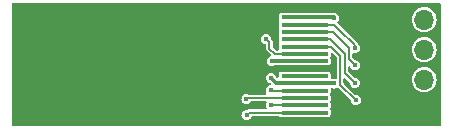
<source format=gtl>
G04 EasyEDA Pro v1.9.28, 2023-01-14 19:19:00*
G04 Gerber Generator version 0.3*%TF.GenerationSoftware,KiCad,Pcbnew,7.0.5*%
%TF.CreationDate,2023-11-23T16:42:44+08:00*%
%TF.ProjectId,0.87OLED_DevBoard,302e3837-4f4c-4454-945f-446576426f61,rev?*%
%TF.SameCoordinates,Original*%
%TF.FileFunction,Copper,L1,Top*%
%TF.FilePolarity,Positive*%
%FSLAX46Y46*%
G04 Gerber Fmt 4.6, Leading zero omitted, Abs format (unit mm)*
G04 Created by KiCad (PCBNEW 7.0.5) date 2023-11-23 16:42:44*
%MOMM*%
%LPD*%
G01*
G04 APERTURE LIST*
%TA.AperFunction,ComponentPad*%
%ADD10R,1.700000X1.700000*%
%TD*%
%TA.AperFunction,ComponentPad*%
%ADD11O,1.700000X1.700000*%
%TD*%
%TA.AperFunction,SMDPad,CuDef*%
%ADD12R,4.000000X0.320000*%
%TD*%
%TA.AperFunction,ViaPad*%
%ADD13C,0.450000*%
%TD*%
%TA.AperFunction,Conductor*%
%ADD14C,0.300000*%
%TD*%
%TA.AperFunction,Conductor*%
%ADD15C,0.150000*%
%TD*%
G04 APERTURE END LIST*
D10*
%TO.P,J1,1,Pin_1*%
%TO.N,GND*%
X100070000Y-63078000D03*
D11*
%TO.P,J1,2,Pin_2*%
%TO.N,/VCC_IN*%
X100070000Y-60538000D03*
%TO.P,J1,3,Pin_3*%
%TO.N,/OLED_SCL*%
X100070000Y-57998000D03*
%TO.P,J1,4,Pin_4*%
%TO.N,/OLED_SDA*%
X100070000Y-55458000D03*
%TD*%
D12*
%TO.P,U1,1,c2p*%
%TO.N,Net-(U1-c2p)*%
X89940000Y-63320000D03*
%TO.P,U1,2,c2n*%
%TO.N,Net-(U1-c2n)*%
X89940000Y-62699000D03*
%TO.P,U1,3,c1p*%
%TO.N,Net-(U1-c1p)*%
X89940000Y-62078000D03*
%TO.P,U1,4,c1n*%
%TO.N,Net-(U1-c1n)*%
X89940000Y-61458000D03*
%TO.P,U1,5,VBAT*%
%TO.N,/VCC_OLED*%
X89940000Y-60837000D03*
%TO.P,U1,6,VBREF*%
%TO.N,unconnected-(U1-VBREF-Pad6)*%
X89940000Y-60216000D03*
%TO.P,U1,7,VSS*%
%TO.N,GND*%
X89940000Y-59595000D03*
%TO.P,U1,8,VDD*%
%TO.N,/VCC_OLED*%
X89940000Y-58975000D03*
%TO.P,U1,9,RES#*%
%TO.N,Net-(U1-RES#)*%
X89940000Y-58354000D03*
%TO.P,U1,10,SCL*%
%TO.N,/OLED_SCL*%
X89940000Y-57733000D03*
%TO.P,U1,11,SDA*%
%TO.N,/OLED_SDA*%
X89940000Y-57112000D03*
%TO.P,U1,12,IREF*%
%TO.N,Net-(U1-IREF)*%
X89940000Y-56492000D03*
%TO.P,U1,13,VCOMH*%
%TO.N,Net-(U1-VCOMH)*%
X89940000Y-55871000D03*
%TO.P,U1,14,VCC*%
%TO.N,Net-(U1-VCC)*%
X89940000Y-55250000D03*
%TD*%
D13*
%TO.N,/VCC_OLED*%
X92450000Y-60860000D03*
%TO.N,/OLED_SCL*%
X94270000Y-62270000D03*
%TO.N,/OLED_SDA*%
X94200000Y-60800000D03*
%TO.N,Net-(U1-IREF)*%
X94210000Y-59330000D03*
%TO.N,Net-(U1-VCOMH)*%
X94200000Y-57870000D03*
%TO.N,Net-(U1-VCC)*%
X92460000Y-55310000D03*
%TO.N,/VCC_OLED*%
X87150000Y-58970000D03*
X87090000Y-60370000D03*
%TO.N,Net-(U1-c2p)*%
X85030000Y-63550000D03*
%TO.N,Net-(U1-c2n)*%
X87090000Y-62700000D03*
%TO.N,Net-(U1-c1p)*%
X85010000Y-62180000D03*
%TO.N,Net-(U1-c1n)*%
X87070000Y-61430000D03*
%TO.N,Net-(U1-RES#)*%
X86650000Y-57090000D03*
%TD*%
D14*
%TO.N,/VCC_OLED*%
X92450000Y-60860000D02*
X89963000Y-60860000D01*
X89963000Y-60860000D02*
X89940000Y-60837000D01*
D15*
%TO.N,/OLED_SCL*%
X92960000Y-58550000D02*
X92960000Y-60960000D01*
X89940000Y-57733000D02*
X92143000Y-57733000D01*
X92143000Y-57733000D02*
X92960000Y-58550000D01*
X92960000Y-60960000D02*
X94270000Y-62270000D01*
%TO.N,/OLED_SDA*%
X93340000Y-59940000D02*
X94200000Y-60800000D01*
X92090000Y-57112000D02*
X93340000Y-58362000D01*
X93340000Y-58362000D02*
X93340000Y-59940000D01*
X89940000Y-57112000D02*
X92090000Y-57112000D01*
%TO.N,Net-(U1-IREF)*%
X93700000Y-58820000D02*
X94210000Y-59330000D01*
X92342000Y-56492000D02*
X93700000Y-57850000D01*
X93700000Y-57850000D02*
X93700000Y-58820000D01*
X89940000Y-56492000D02*
X92342000Y-56492000D01*
%TO.N,Net-(U1-VCOMH)*%
X94200000Y-57620000D02*
X94200000Y-57870000D01*
X92890000Y-56310000D02*
X94200000Y-57620000D01*
X89940000Y-55871000D02*
X92451000Y-55871000D01*
X92451000Y-55871000D02*
X92890000Y-56310000D01*
D14*
%TO.N,Net-(U1-VCC)*%
X92400000Y-55250000D02*
X92460000Y-55310000D01*
X89940000Y-55250000D02*
X92400000Y-55250000D01*
%TO.N,/VCC_OLED*%
X87090000Y-60370000D02*
X87557000Y-60837000D01*
X87557000Y-60837000D02*
X89940000Y-60837000D01*
X87155000Y-58975000D02*
X87150000Y-58970000D01*
X89940000Y-58975000D02*
X87155000Y-58975000D01*
D15*
%TO.N,Net-(U1-c2p)*%
X85030000Y-63550000D02*
X85260000Y-63320000D01*
X85260000Y-63320000D02*
X89940000Y-63320000D01*
%TO.N,Net-(U1-c2n)*%
X87091000Y-62699000D02*
X87090000Y-62700000D01*
X89940000Y-62699000D02*
X87091000Y-62699000D01*
%TO.N,Net-(U1-c1p)*%
X85112000Y-62078000D02*
X89940000Y-62078000D01*
X85010000Y-62180000D02*
X85112000Y-62078000D01*
%TO.N,Net-(U1-c1n)*%
X87098000Y-61458000D02*
X87070000Y-61430000D01*
X89940000Y-61458000D02*
X87098000Y-61458000D01*
%TO.N,Net-(U1-RES#)*%
X86680000Y-57090000D02*
X86650000Y-57090000D01*
X86960000Y-57370000D02*
X86680000Y-57090000D01*
X86970000Y-57380000D02*
X86960000Y-57370000D01*
X86970000Y-57920000D02*
X86970000Y-57380000D01*
X87404000Y-58354000D02*
X86970000Y-57920000D01*
X89940000Y-58354000D02*
X87404000Y-58354000D01*
%TD*%
%TA.AperFunction,Conductor*%
%TO.N,GND*%
G36*
X101428691Y-54099407D02*
G01*
X101464655Y-54148907D01*
X101469500Y-54179500D01*
X101469500Y-64360500D01*
X101450593Y-64418691D01*
X101401093Y-64454655D01*
X101370500Y-64459500D01*
X65239500Y-64459500D01*
X65181309Y-64440593D01*
X65145345Y-64391093D01*
X65140500Y-64360500D01*
X65140500Y-62180000D01*
X84579196Y-62180000D01*
X84600281Y-62313127D01*
X84600282Y-62313129D01*
X84656519Y-62423500D01*
X84661472Y-62433220D01*
X84756780Y-62528528D01*
X84876874Y-62589719D01*
X85010000Y-62610804D01*
X85143126Y-62589719D01*
X85263220Y-62528528D01*
X85358528Y-62433220D01*
X85371604Y-62407555D01*
X85414870Y-62364290D01*
X85459815Y-62353500D01*
X86627447Y-62353500D01*
X86685638Y-62372407D01*
X86721602Y-62421907D01*
X86721602Y-62483093D01*
X86715657Y-62497443D01*
X86680281Y-62566874D01*
X86659196Y-62700000D01*
X86680281Y-62833126D01*
X86703526Y-62878746D01*
X86714638Y-62900555D01*
X86724209Y-62960987D01*
X86696432Y-63015504D01*
X86641915Y-63043281D01*
X86626428Y-63044500D01*
X85296884Y-63044500D01*
X85277570Y-63042598D01*
X85260000Y-63039103D01*
X85259999Y-63039103D01*
X85259997Y-63039103D01*
X85240695Y-63042941D01*
X85240683Y-63042945D01*
X85152503Y-63060485D01*
X85120652Y-63081769D01*
X85089606Y-63102512D01*
X85034606Y-63119196D01*
X85029999Y-63119196D01*
X84896872Y-63140281D01*
X84896870Y-63140282D01*
X84776782Y-63201470D01*
X84681470Y-63296782D01*
X84620282Y-63416870D01*
X84620281Y-63416872D01*
X84599196Y-63549999D01*
X84599196Y-63550000D01*
X84620281Y-63683127D01*
X84620282Y-63683129D01*
X84620283Y-63683130D01*
X84681472Y-63803220D01*
X84776780Y-63898528D01*
X84896874Y-63959719D01*
X85004945Y-63976835D01*
X85029999Y-63980804D01*
X85029999Y-63980803D01*
X85030000Y-63980804D01*
X85163126Y-63959719D01*
X85283220Y-63898528D01*
X85378528Y-63803220D01*
X85439719Y-63683126D01*
X85440370Y-63679013D01*
X85468145Y-63624499D01*
X85522661Y-63596719D01*
X85538151Y-63595500D01*
X87725389Y-63595500D01*
X87783580Y-63614407D01*
X87795393Y-63624496D01*
X87795445Y-63624548D01*
X87795448Y-63624552D01*
X87861769Y-63668867D01*
X87906231Y-63677711D01*
X87920241Y-63680498D01*
X87920246Y-63680498D01*
X87920252Y-63680500D01*
X87920253Y-63680500D01*
X91959747Y-63680500D01*
X91959748Y-63680500D01*
X92018231Y-63668867D01*
X92084552Y-63624552D01*
X92128867Y-63558231D01*
X92140500Y-63499748D01*
X92140500Y-63140252D01*
X92128867Y-63081769D01*
X92117327Y-63064499D01*
X92100720Y-63005612D01*
X92117328Y-62954499D01*
X92128867Y-62937231D01*
X92140500Y-62878748D01*
X92140500Y-62519252D01*
X92128867Y-62460769D01*
X92117327Y-62443499D01*
X92100720Y-62384612D01*
X92117328Y-62333499D01*
X92128867Y-62316231D01*
X92140500Y-62257748D01*
X92140500Y-61898252D01*
X92128867Y-61839769D01*
X92117663Y-61823002D01*
X92101054Y-61764115D01*
X92117664Y-61712997D01*
X92128867Y-61696231D01*
X92140500Y-61637748D01*
X92140500Y-61341404D01*
X92159407Y-61283214D01*
X92208907Y-61247250D01*
X92270093Y-61247250D01*
X92284444Y-61253195D01*
X92316874Y-61269719D01*
X92450000Y-61290804D01*
X92583126Y-61269719D01*
X92703220Y-61208528D01*
X92703220Y-61208527D01*
X92710163Y-61204990D01*
X92710969Y-61206573D01*
X92759998Y-61190636D01*
X92818192Y-61209535D01*
X92830016Y-61219632D01*
X93810200Y-62199816D01*
X93837977Y-62254333D01*
X93839196Y-62269820D01*
X93839196Y-62270001D01*
X93860281Y-62403127D01*
X93860282Y-62403129D01*
X93921470Y-62523217D01*
X93921472Y-62523220D01*
X94016780Y-62618528D01*
X94136874Y-62679719D01*
X94270000Y-62700804D01*
X94403126Y-62679719D01*
X94523220Y-62618528D01*
X94618528Y-62523220D01*
X94679719Y-62403126D01*
X94700804Y-62270000D01*
X94700775Y-62269820D01*
X94686549Y-62179999D01*
X94679719Y-62136874D01*
X94618528Y-62016780D01*
X94523220Y-61921472D01*
X94523217Y-61921470D01*
X94403129Y-61860282D01*
X94403127Y-61860281D01*
X94270001Y-61839196D01*
X94269820Y-61839196D01*
X94269647Y-61839139D01*
X94262305Y-61837977D01*
X94262489Y-61836814D01*
X94211629Y-61820289D01*
X94199816Y-61810200D01*
X93264496Y-60874879D01*
X93236719Y-60820362D01*
X93235500Y-60804875D01*
X93235500Y-60464123D01*
X93254407Y-60405932D01*
X93303907Y-60369968D01*
X93365093Y-60369968D01*
X93404504Y-60394120D01*
X93740200Y-60729817D01*
X93767977Y-60784333D01*
X93769196Y-60799820D01*
X93769196Y-60800001D01*
X93790281Y-60933127D01*
X93790282Y-60933129D01*
X93834689Y-61020282D01*
X93851472Y-61053220D01*
X93946780Y-61148528D01*
X93986811Y-61168925D01*
X94064536Y-61208528D01*
X94066874Y-61209719D01*
X94200000Y-61230804D01*
X94333126Y-61209719D01*
X94453220Y-61148528D01*
X94548528Y-61053220D01*
X94609719Y-60933126D01*
X94630804Y-60800000D01*
X94630775Y-60799820D01*
X94617900Y-60718528D01*
X94609719Y-60666874D01*
X94548528Y-60546780D01*
X94539751Y-60538003D01*
X99014417Y-60538003D01*
X99034698Y-60743929D01*
X99034699Y-60743934D01*
X99094768Y-60941954D01*
X99192316Y-61124452D01*
X99262142Y-61209535D01*
X99323590Y-61284410D01*
X99323595Y-61284414D01*
X99483547Y-61415683D01*
X99483548Y-61415683D01*
X99483550Y-61415685D01*
X99666046Y-61513232D01*
X99803997Y-61555078D01*
X99864065Y-61573300D01*
X99864070Y-61573301D01*
X100069997Y-61593583D01*
X100070000Y-61593583D01*
X100070003Y-61593583D01*
X100275929Y-61573301D01*
X100275934Y-61573300D01*
X100275933Y-61573299D01*
X100473954Y-61513232D01*
X100656450Y-61415685D01*
X100816410Y-61284410D01*
X100947685Y-61124450D01*
X101045232Y-60941954D01*
X101105300Y-60743934D01*
X101105301Y-60743929D01*
X101125583Y-60538003D01*
X101125583Y-60537996D01*
X101105301Y-60332070D01*
X101105300Y-60332065D01*
X101076424Y-60236873D01*
X101045232Y-60134046D01*
X100947685Y-59951550D01*
X100937546Y-59939196D01*
X100816414Y-59791595D01*
X100816410Y-59791590D01*
X100753205Y-59739719D01*
X100656452Y-59660316D01*
X100473954Y-59562768D01*
X100275934Y-59502699D01*
X100275929Y-59502698D01*
X100070003Y-59482417D01*
X100069997Y-59482417D01*
X99864070Y-59502698D01*
X99864065Y-59502699D01*
X99666045Y-59562768D01*
X99483547Y-59660316D01*
X99323595Y-59791585D01*
X99323585Y-59791595D01*
X99192316Y-59951547D01*
X99094768Y-60134045D01*
X99034699Y-60332065D01*
X99034698Y-60332070D01*
X99014417Y-60537996D01*
X99014417Y-60538003D01*
X94539751Y-60538003D01*
X94453220Y-60451472D01*
X94453217Y-60451470D01*
X94333129Y-60390282D01*
X94333127Y-60390281D01*
X94200001Y-60369196D01*
X94199820Y-60369196D01*
X94199647Y-60369139D01*
X94192305Y-60367977D01*
X94192489Y-60366814D01*
X94141629Y-60350289D01*
X94129816Y-60340200D01*
X93644496Y-59854880D01*
X93616719Y-59800363D01*
X93615500Y-59784876D01*
X93615500Y-59512837D01*
X93634407Y-59454646D01*
X93683907Y-59418682D01*
X93745093Y-59418682D01*
X93794593Y-59454646D01*
X93802706Y-59467886D01*
X93861472Y-59583220D01*
X93956780Y-59678528D01*
X94076874Y-59739719D01*
X94184945Y-59756835D01*
X94209999Y-59760804D01*
X94209999Y-59760803D01*
X94210000Y-59760804D01*
X94343126Y-59739719D01*
X94463220Y-59678528D01*
X94558528Y-59583220D01*
X94619719Y-59463126D01*
X94640804Y-59330000D01*
X94619719Y-59196874D01*
X94558528Y-59076780D01*
X94463220Y-58981472D01*
X94463217Y-58981470D01*
X94343129Y-58920282D01*
X94343127Y-58920281D01*
X94210001Y-58899196D01*
X94209820Y-58899196D01*
X94209647Y-58899139D01*
X94202305Y-58897977D01*
X94202489Y-58896814D01*
X94151629Y-58880289D01*
X94139816Y-58870200D01*
X94004496Y-58734880D01*
X93976719Y-58680363D01*
X93975500Y-58664876D01*
X93975500Y-58381160D01*
X93994407Y-58322969D01*
X94043907Y-58287005D01*
X94089984Y-58283379D01*
X94200000Y-58300804D01*
X94333126Y-58279719D01*
X94453220Y-58218528D01*
X94548528Y-58123220D01*
X94609719Y-58003126D01*
X94610530Y-57998003D01*
X99014417Y-57998003D01*
X99034698Y-58203929D01*
X99034699Y-58203934D01*
X99094768Y-58401954D01*
X99192316Y-58584452D01*
X99262891Y-58670448D01*
X99323590Y-58744410D01*
X99323595Y-58744414D01*
X99483547Y-58875683D01*
X99483548Y-58875683D01*
X99483550Y-58875685D01*
X99666046Y-58973232D01*
X99803997Y-59015078D01*
X99864065Y-59033300D01*
X99864070Y-59033301D01*
X100069997Y-59053583D01*
X100070000Y-59053583D01*
X100070003Y-59053583D01*
X100275929Y-59033301D01*
X100275934Y-59033300D01*
X100275933Y-59033299D01*
X100473954Y-58973232D01*
X100656450Y-58875685D01*
X100816410Y-58744410D01*
X100947685Y-58584450D01*
X101045232Y-58401954D01*
X101105300Y-58203934D01*
X101105301Y-58203929D01*
X101125583Y-57998003D01*
X101125583Y-57997996D01*
X101105301Y-57792070D01*
X101105300Y-57792065D01*
X101087078Y-57731997D01*
X101045232Y-57594046D01*
X100947685Y-57411550D01*
X100947583Y-57411426D01*
X100816414Y-57251595D01*
X100816410Y-57251590D01*
X100781728Y-57223127D01*
X100656452Y-57120316D01*
X100473954Y-57022768D01*
X100275934Y-56962699D01*
X100275929Y-56962698D01*
X100070003Y-56942417D01*
X100069997Y-56942417D01*
X99864070Y-56962698D01*
X99864065Y-56962699D01*
X99666045Y-57022768D01*
X99483547Y-57120316D01*
X99323595Y-57251585D01*
X99323585Y-57251595D01*
X99192316Y-57411547D01*
X99094768Y-57594045D01*
X99034699Y-57792065D01*
X99034698Y-57792070D01*
X99014417Y-57997996D01*
X99014417Y-57998003D01*
X94610530Y-57998003D01*
X94630804Y-57870000D01*
X94609719Y-57736874D01*
X94548528Y-57616780D01*
X94484226Y-57552478D01*
X94462767Y-57520358D01*
X94459515Y-57512505D01*
X94422761Y-57457499D01*
X94422761Y-57457498D01*
X94411292Y-57440334D01*
X94411292Y-57440333D01*
X94411288Y-57440329D01*
X94398627Y-57421380D01*
X94398626Y-57421379D01*
X94398624Y-57421376D01*
X94391404Y-57416552D01*
X94383733Y-57411426D01*
X94368731Y-57399115D01*
X92740685Y-55771069D01*
X92712908Y-55716552D01*
X92722479Y-55656120D01*
X92740683Y-55631064D01*
X92808528Y-55563220D01*
X92862139Y-55458003D01*
X99014417Y-55458003D01*
X99034698Y-55663929D01*
X99034699Y-55663934D01*
X99094768Y-55861954D01*
X99192316Y-56044452D01*
X99307977Y-56185385D01*
X99323590Y-56204410D01*
X99338322Y-56216500D01*
X99483547Y-56335683D01*
X99483548Y-56335683D01*
X99483550Y-56335685D01*
X99666046Y-56433232D01*
X99803997Y-56475078D01*
X99864065Y-56493300D01*
X99864070Y-56493301D01*
X100069997Y-56513583D01*
X100070000Y-56513583D01*
X100070003Y-56513583D01*
X100275929Y-56493301D01*
X100275934Y-56493300D01*
X100275933Y-56493299D01*
X100473954Y-56433232D01*
X100656450Y-56335685D01*
X100816410Y-56204410D01*
X100947685Y-56044450D01*
X101045232Y-55861954D01*
X101105300Y-55663934D01*
X101105301Y-55663929D01*
X101125583Y-55458003D01*
X101125583Y-55457996D01*
X101105301Y-55252070D01*
X101105300Y-55252065D01*
X101050148Y-55070253D01*
X101045232Y-55054046D01*
X100947685Y-54871550D01*
X100816410Y-54711590D01*
X100816404Y-54711585D01*
X100656452Y-54580316D01*
X100473954Y-54482768D01*
X100275934Y-54422699D01*
X100275929Y-54422698D01*
X100070003Y-54402417D01*
X100069997Y-54402417D01*
X99864070Y-54422698D01*
X99864065Y-54422699D01*
X99666045Y-54482768D01*
X99483547Y-54580316D01*
X99323595Y-54711585D01*
X99323585Y-54711595D01*
X99192316Y-54871547D01*
X99094768Y-55054045D01*
X99034699Y-55252065D01*
X99034698Y-55252070D01*
X99014417Y-55457996D01*
X99014417Y-55458003D01*
X92862139Y-55458003D01*
X92869719Y-55443126D01*
X92890804Y-55310000D01*
X92869719Y-55176874D01*
X92808528Y-55056780D01*
X92713220Y-54961472D01*
X92713217Y-54961470D01*
X92593129Y-54900282D01*
X92593127Y-54900281D01*
X92460000Y-54879196D01*
X92339501Y-54898281D01*
X92324014Y-54899500D01*
X92019773Y-54899500D01*
X92000459Y-54897598D01*
X91959750Y-54889500D01*
X91959748Y-54889500D01*
X87920252Y-54889500D01*
X87920251Y-54889500D01*
X87920241Y-54889501D01*
X87861772Y-54901132D01*
X87861766Y-54901134D01*
X87795451Y-54945445D01*
X87795445Y-54945451D01*
X87751134Y-55011766D01*
X87751132Y-55011772D01*
X87739501Y-55070241D01*
X87739500Y-55070253D01*
X87739500Y-55429746D01*
X87739501Y-55429758D01*
X87751132Y-55488227D01*
X87751134Y-55488233D01*
X87762671Y-55505499D01*
X87779279Y-55564388D01*
X87762671Y-55615501D01*
X87751134Y-55632766D01*
X87751132Y-55632772D01*
X87739501Y-55691241D01*
X87739500Y-55691253D01*
X87739500Y-56050746D01*
X87739501Y-56050758D01*
X87751132Y-56109227D01*
X87751134Y-56109233D01*
X87762670Y-56126497D01*
X87779279Y-56185385D01*
X87762672Y-56236498D01*
X87751135Y-56253764D01*
X87751132Y-56253772D01*
X87739501Y-56312241D01*
X87739500Y-56312253D01*
X87739500Y-56671746D01*
X87739501Y-56671758D01*
X87751132Y-56730227D01*
X87751133Y-56730231D01*
X87751134Y-56730232D01*
X87762337Y-56746999D01*
X87778945Y-56805887D01*
X87762337Y-56857001D01*
X87751134Y-56873767D01*
X87751132Y-56873772D01*
X87739501Y-56932241D01*
X87739500Y-56932253D01*
X87739500Y-57291746D01*
X87739501Y-57291758D01*
X87751132Y-57350227D01*
X87751134Y-57350233D01*
X87762670Y-57367497D01*
X87779279Y-57426385D01*
X87762672Y-57477498D01*
X87751135Y-57494764D01*
X87751132Y-57494772D01*
X87739501Y-57553241D01*
X87739500Y-57553253D01*
X87739500Y-57912755D01*
X87748936Y-57960184D01*
X87741746Y-58020945D01*
X87700214Y-58065876D01*
X87651839Y-58078500D01*
X87559124Y-58078500D01*
X87500933Y-58059593D01*
X87489120Y-58049504D01*
X87274495Y-57834879D01*
X87246718Y-57780362D01*
X87245500Y-57764887D01*
X87245500Y-57416882D01*
X87247402Y-57397569D01*
X87250897Y-57380000D01*
X87234487Y-57297500D01*
X87233342Y-57291746D01*
X87229515Y-57272507D01*
X87229514Y-57272503D01*
X87168625Y-57181378D01*
X87168624Y-57181376D01*
X87153733Y-57171426D01*
X87138731Y-57159115D01*
X87105654Y-57126038D01*
X87077877Y-57071521D01*
X87059719Y-56956874D01*
X86998528Y-56836780D01*
X86903220Y-56741472D01*
X86903217Y-56741470D01*
X86783129Y-56680282D01*
X86783127Y-56680281D01*
X86650000Y-56659196D01*
X86516872Y-56680281D01*
X86516870Y-56680282D01*
X86396782Y-56741470D01*
X86301470Y-56836782D01*
X86240282Y-56956870D01*
X86240281Y-56956872D01*
X86219196Y-57089999D01*
X86219196Y-57090000D01*
X86240281Y-57223127D01*
X86240282Y-57223129D01*
X86278176Y-57297500D01*
X86301472Y-57343220D01*
X86396780Y-57438528D01*
X86516874Y-57499719D01*
X86597602Y-57512505D01*
X86610987Y-57514625D01*
X86665504Y-57542402D01*
X86693281Y-57596919D01*
X86694500Y-57612406D01*
X86694500Y-57883115D01*
X86692598Y-57902427D01*
X86689103Y-57919999D01*
X86689103Y-57920002D01*
X86693311Y-57941162D01*
X86693316Y-57941182D01*
X86694500Y-57947132D01*
X86694500Y-57947133D01*
X86710485Y-58027495D01*
X86710486Y-58027497D01*
X86710487Y-58027498D01*
X86717203Y-58037549D01*
X86717204Y-58037552D01*
X86717205Y-58037552D01*
X86755246Y-58094485D01*
X86771376Y-58118624D01*
X86786266Y-58128573D01*
X86801269Y-58140885D01*
X87056452Y-58396068D01*
X87084229Y-58450585D01*
X87074658Y-58511017D01*
X87031393Y-58554282D01*
X87017042Y-58560226D01*
X87016871Y-58560281D01*
X86896782Y-58621470D01*
X86801470Y-58716782D01*
X86740282Y-58836870D01*
X86740281Y-58836872D01*
X86719196Y-58969999D01*
X86719196Y-58970000D01*
X86740281Y-59103127D01*
X86740282Y-59103129D01*
X86788046Y-59196870D01*
X86801472Y-59223220D01*
X86896780Y-59318528D01*
X87016874Y-59379719D01*
X87124945Y-59396835D01*
X87149999Y-59400804D01*
X87149999Y-59400803D01*
X87150000Y-59400804D01*
X87283126Y-59379719D01*
X87368360Y-59336289D01*
X87413305Y-59325500D01*
X87860227Y-59325500D01*
X87879540Y-59327401D01*
X87920252Y-59335500D01*
X87920253Y-59335500D01*
X91959747Y-59335500D01*
X91959748Y-59335500D01*
X92018231Y-59323867D01*
X92084552Y-59279552D01*
X92128867Y-59213231D01*
X92140500Y-59154748D01*
X92140500Y-58795252D01*
X92128867Y-58736769D01*
X92117328Y-58719500D01*
X92100720Y-58660615D01*
X92117328Y-58609500D01*
X92128867Y-58592231D01*
X92140500Y-58533748D01*
X92140500Y-58359120D01*
X92159406Y-58300933D01*
X92208906Y-58264969D01*
X92270091Y-58264968D01*
X92309503Y-58289119D01*
X92655504Y-58635120D01*
X92683281Y-58689637D01*
X92684500Y-58705124D01*
X92684500Y-60350423D01*
X92665593Y-60408614D01*
X92616093Y-60444578D01*
X92570013Y-60448204D01*
X92450001Y-60429196D01*
X92450000Y-60429196D01*
X92316874Y-60450281D01*
X92316869Y-60450282D01*
X92284444Y-60466804D01*
X92224012Y-60476375D01*
X92169496Y-60448597D01*
X92141719Y-60394080D01*
X92140500Y-60378594D01*
X92140500Y-60036253D01*
X92140498Y-60036241D01*
X92137560Y-60021470D01*
X92128867Y-59977769D01*
X92084552Y-59911448D01*
X92084548Y-59911445D01*
X92018233Y-59867134D01*
X92018231Y-59867133D01*
X92018228Y-59867132D01*
X92018227Y-59867132D01*
X91959758Y-59855501D01*
X91959748Y-59855500D01*
X87920252Y-59855500D01*
X87920251Y-59855500D01*
X87920241Y-59855501D01*
X87861772Y-59867132D01*
X87861766Y-59867134D01*
X87795451Y-59911445D01*
X87795445Y-59911451D01*
X87751134Y-59977766D01*
X87751132Y-59977772D01*
X87739501Y-60036241D01*
X87739500Y-60036253D01*
X87739500Y-60284810D01*
X87720593Y-60343001D01*
X87671093Y-60378965D01*
X87609907Y-60378965D01*
X87570497Y-60354814D01*
X87531340Y-60315658D01*
X87503562Y-60261142D01*
X87499719Y-60236874D01*
X87499719Y-60236873D01*
X87499718Y-60236870D01*
X87438529Y-60116782D01*
X87438528Y-60116780D01*
X87343220Y-60021472D01*
X87343217Y-60021470D01*
X87223129Y-59960282D01*
X87223127Y-59960281D01*
X87090000Y-59939196D01*
X86956872Y-59960281D01*
X86956870Y-59960282D01*
X86836782Y-60021470D01*
X86741470Y-60116782D01*
X86680282Y-60236870D01*
X86680281Y-60236872D01*
X86659196Y-60369999D01*
X86659196Y-60370000D01*
X86680281Y-60503127D01*
X86680282Y-60503129D01*
X86741470Y-60623217D01*
X86741472Y-60623220D01*
X86836780Y-60718528D01*
X86836782Y-60718529D01*
X86956870Y-60779718D01*
X86956873Y-60779719D01*
X86962104Y-60780547D01*
X86981138Y-60783561D01*
X87035655Y-60811337D01*
X87035658Y-60811339D01*
X87065135Y-60840816D01*
X87092912Y-60895333D01*
X87083341Y-60955765D01*
X87040076Y-60999030D01*
X87010618Y-61008601D01*
X86936872Y-61020281D01*
X86936870Y-61020282D01*
X86816782Y-61081470D01*
X86721470Y-61176782D01*
X86660282Y-61296870D01*
X86660281Y-61296872D01*
X86641463Y-61415685D01*
X86639196Y-61430000D01*
X86660281Y-61563126D01*
X86675800Y-61593583D01*
X86708905Y-61658555D01*
X86718476Y-61718987D01*
X86690699Y-61773503D01*
X86636182Y-61801281D01*
X86620695Y-61802500D01*
X85230127Y-61802500D01*
X85185182Y-61791709D01*
X85143129Y-61770282D01*
X85143127Y-61770281D01*
X85010000Y-61749196D01*
X84876872Y-61770281D01*
X84876870Y-61770282D01*
X84756782Y-61831470D01*
X84661470Y-61926782D01*
X84600282Y-62046870D01*
X84600281Y-62046872D01*
X84579196Y-62179999D01*
X84579196Y-62180000D01*
X65140500Y-62180000D01*
X65140500Y-54179500D01*
X65159407Y-54121309D01*
X65208907Y-54085345D01*
X65239500Y-54080500D01*
X101370500Y-54080500D01*
X101428691Y-54099407D01*
G37*
%TD.AperFunction*%
%TD*%
M02*

</source>
